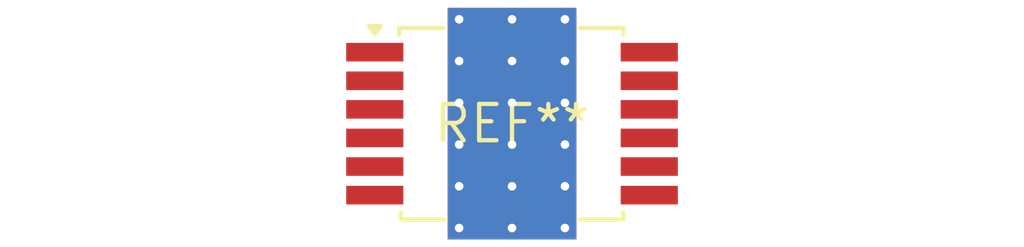
<source format=kicad_pcb>
(kicad_pcb (version 20240108) (generator pcbnew)
  (layers (0 "F.Cu" signal) (31 "B.Cu" signal) (34 "B.Paste" user) (35 "F.Paste" user) (36 "B.SilkS" user "B.Silkscreen") (37 "F.SilkS" user "F.Silkscreen") (38 "B.Mask" user) (39 "F.Mask" user) (44 "Edge.Cuts" user))
  (net 0 "")
  (footprint "Infineon_PG-DSO-12-9_ThermalVias" (layer "F.Cu") (at 0 0)
    (property "Reference" "REF**")
    (property "Value" "Infineon_PG-DSO-12-9_ThermalVias")
    (fp_line (start -3.95 -3.35) (end -2.4 -3.35) (layer "F.SilkS") (stroke (width 0.15)))
    (fp_line (start -3.95 -3.1) (end -3.95 -3.35) (layer "F.SilkS") (stroke (width 0.15)))
    (fp_line (start -3.9 3.1) (end -3.9 3.35) (layer "F.SilkS") (stroke (width 0.15)))
    (fp_line (start -3.9 3.35) (end -2.35 3.35) (layer "F.SilkS") (stroke (width 0.15)))
    (fp_line (start 3.9 -3.35) (end 2.35 -3.35) (layer "F.SilkS") (stroke (width 0.15)))
    (fp_line (start 3.9 -3.1) (end 3.9 -3.35) (layer "F.SilkS") (stroke (width 0.15)))
    (fp_line (start 3.9 3.1) (end 3.9 3.35) (layer "F.SilkS") (stroke (width 0.15)))
    (fp_line (start 3.9 3.35) (end 2.35 3.35) (layer "F.SilkS") (stroke (width 0.15)))
    (fp_poly (pts (xy -4.8 -3.1) (xy -5.04 -3.43) (xy -4.56 -3.43) (xy -4.8 -3.1)) (layer "F.SilkS") (stroke (width 0.12)) (fill solid))
    (pad "1" smd rect (at -4.8 -2.5) (size 2 0.65) (layers "F.Cu" "F.Paste" "F.Mask"))
    (pad "2" smd rect (at -4.8 -1.5) (size 2 0.65) (layers "F.Cu" "F.Paste" "F.Mask"))
    (pad "3" smd rect (at -4.8 -0.5) (size 2 0.65) (layers "F.Cu" "F.Paste" "F.Mask"))
    (pad "4" smd rect (at -4.8 0.5) (size 2 0.65) (layers "F.Cu" "F.Paste" "F.Mask"))
    (pad "5" smd rect (at -4.8 1.5) (size 2 0.65) (layers "F.Cu" "F.Paste" "F.Mask"))
    (pad "6" smd rect (at -4.8 2.5) (size 2 0.65) (layers "F.Cu" "F.Paste" "F.Mask"))
    (pad "7" smd rect (at 4.8 2.5) (size 2 0.65) (layers "F.Cu" "F.Paste" "F.Mask"))
    (pad "8" smd rect (at 4.8 1.5) (size 2 0.65) (layers "F.Cu" "F.Paste" "F.Mask"))
    (pad "9" smd rect (at 4.8 0.5) (size 2 0.65) (layers "F.Cu" "F.Paste" "F.Mask"))
    (pad "10" smd rect (at 4.8 -0.5) (size 2 0.65) (layers "F.Cu" "F.Paste" "F.Mask"))
    (pad "11" smd rect (at 4.8 -1.5) (size 2 0.65) (layers "F.Cu" "F.Paste" "F.Mask"))
    (pad "12" smd rect (at 4.8 -2.5) (size 2 0.65) (layers "F.Cu" "F.Paste" "F.Mask"))
    (pad "13" thru_hole circle (at -1.85 -3.65) (size 0.8 0.8) (drill 0.3) (layers *.Cu) (remove_unused_layers))
    (pad "13" thru_hole circle (at -1.85 -2.19) (size 0.8 0.8) (drill 0.3) (layers *.Cu) (remove_unused_layers))
    (pad "13" thru_hole circle (at -1.85 -0.73) (size 0.8 0.8) (drill 0.3) (layers *.Cu) (remove_unused_layers))
    (pad "13" thru_hole circle (at -1.85 0.73) (size 0.8 0.8) (drill 0.3) (layers *.Cu) (remove_unused_layers))
    (pad "13" thru_hole circle (at -1.85 2.19) (size 0.8 0.8) (drill 0.3) (layers *.Cu) (remove_unused_layers))
    (pad "13" thru_hole circle (at -1.85 3.65) (size 0.8 0.8) (drill 0.3) (layers *.Cu) (remove_unused_layers))
    (pad "13" thru_hole circle (at 0 -3.65) (size 0.8 0.8) (drill 0.3) (layers *.Cu) (remove_unused_layers))
    (pad "13" thru_hole circle (at 0 -2.19) (size 0.8 0.8) (drill 0.3) (layers *.Cu) (remove_unused_layers))
    (pad "13" thru_hole circle (at 0 -0.73) (size 0.8 0.8) (drill 0.3) (layers *.Cu) (remove_unused_layers))
    (pad "13" smd rect (at 0 0) (size 4.5 8.1) (layers "F.Cu" "F.Mask"))
    (pad "13" smd rect (at 0 0) (size 4.5 8.1) (layers "B.Cu"))
    (pad "13" thru_hole circle (at 0 0.73) (size 0.8 0.8) (drill 0.3) (layers *.Cu) (remove_unused_layers))
    (pad "13" thru_hole circle (at 0 2.19) (size 0.8 0.8) (drill 0.3) (layers *.Cu) (remove_unused_layers))
    (pad "13" thru_hole circle (at 0 3.65) (size 0.8 0.8) (drill 0.3) (layers *.Cu) (remove_unused_layers))
    (pad "13" thru_hole circle (at 1.85 -3.65) (size 0.8 0.8) (drill 0.3) (layers *.Cu) (remove_unused_layers))
    (pad "13" thru_hole circle (at 1.85 -2.19) (size 0.8 0.8) (drill 0.3) (layers *.Cu) (remove_unused_layers))
    (pad "13" thru_hole circle (at 1.85 -0.73) (size 0.8 0.8) (drill 0.3) (layers *.Cu) (remove_unused_layers))
    (pad "13" thru_hole circle (at 1.85 0.73) (size 0.8 0.8) (drill 0.3) (layers *.Cu) (remove_unused_layers))
    (pad "13" thru_hole circle (at 1.85 2.19) (size 0.8 0.8) (drill 0.3) (layers *.Cu) (remove_unused_layers))
    (pad "13" thru_hole circle (at 1.85 3.65) (size 0.8 0.8) (drill 0.3) (layers *.Cu) (remove_unused_layers))
  )
)
</source>
